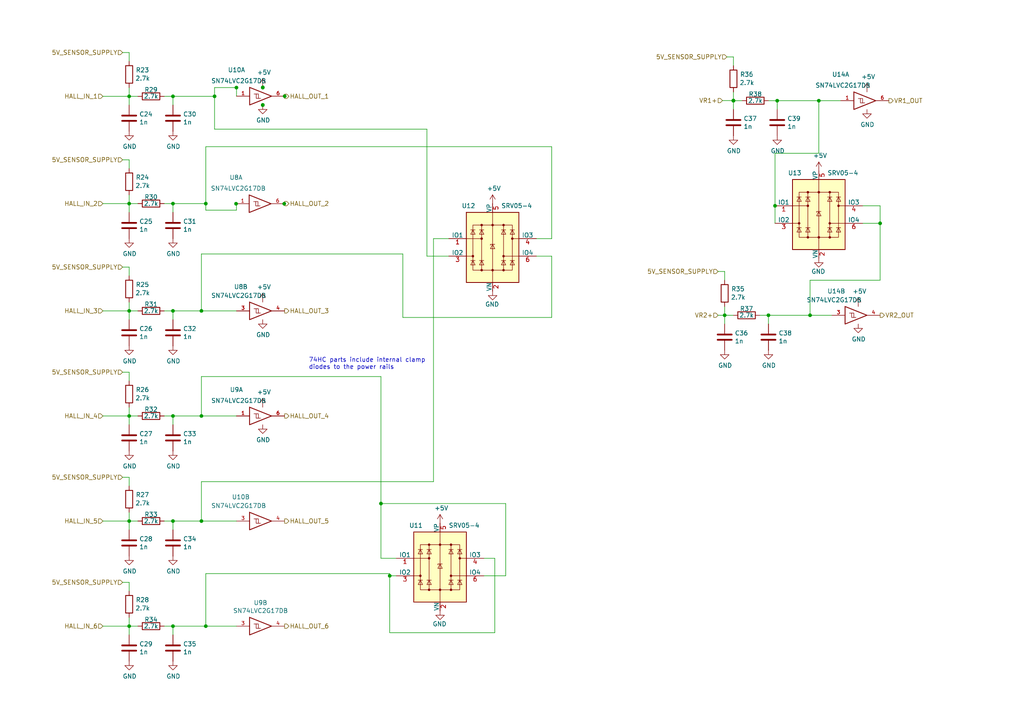
<source format=kicad_sch>
(kicad_sch (version 20211123) (generator eeschema)
  (paper "A4")
  (title_block (title "Polygonus") (date "2023-03-15") (rev "v0.7") (comment 2 "rusefi.com/s/proteus"))
  (lib_symbols
    (symbol "74xGxx:74LVC2G17" (pin_names (offset 1.016))
      (property "Reference" "U" (at -2.54 3.81 0))
      (property "Value" "74LVC2G17" (at 0 -3.81 0))
      (symbol "74LVC2G17_0_1"
        (polyline (pts (xy -1.905 0.635) (xy -1.27 0.635) (xy -1.27 -0.635)))
        (polyline (pts (xy -3.81 2.54) (xy -3.81 -2.54) (xy 2.54 0) (xy -3.81 2.54)) (stroke (width 0.254)))
        (polyline (pts (xy -2.54 0.635) (xy -1.905 0.635) (xy -1.905 -0.635) (xy -0.635 -0.635)))
        (pin power_in line (at 0 -2.54 270) (length 0) hide (name "GND") (number "2"))
        (pin power_in line (at 0 2.54 90) (length 0) hide (name "VCC") (number "5"))
      )
      (symbol "74LVC2G17_1_1"
        (pin input line (at -7.62 0 0) (length 3.81) (name "~") (number "1"))
        (pin output line (at 6.35 0 180) (length 3.81) (name "~") (number "6"))
      )
      (symbol "74LVC2G17_2_1"
        (pin input line (at -7.62 0 0) (length 3.81) (name "~") (number "3"))
        (pin output line (at 6.35 0 180) (length 3.81) (name "~") (number "4"))
      )
    )
    (symbol "Device:C" (pin_numbers hide) (pin_names (offset 0.254))
      (property "Reference" "C" (at 0.635 2.54 0))
      (property "Value" "C" (at 0.635 -2.54 0))
      (symbol "C_0_1"
        (polyline (pts (xy -2.032 -0.762) (xy 2.032 -0.762)) (stroke (width 0.508)))
        (polyline (pts (xy -2.032 0.762) (xy 2.032 0.762)) (stroke (width 0.508)))
      )
      (symbol "C_1_1"
        (pin passive line (at 0 3.81 270) (length 2.794) (name "~") (number "1"))
        (pin passive line (at 0 -3.81 90) (length 2.794) (name "~") (number "2"))
      )
    )
    (symbol "Device:R" (pin_numbers hide) (pin_names (offset 0))
      (property "Reference" "R" (at 2.032 0 90))
      (property "Value" "R" (at 0 0 90))
      (symbol "R_0_1"
        (rectangle (start -1.016 -2.54) (end 1.016 2.54) (stroke (width 0.254)))
      )
      (symbol "R_1_1"
        (pin passive line (at 0 3.81 270) (length 1.27) (name "~") (number "1"))
        (pin passive line (at 0 -3.81 90) (length 1.27) (name "~") (number "2"))
      )
    )
    (symbol "Power_Protection:SRV05-4" (pin_names (offset 0))
      (property "Reference" "U" (at -5.08 11.43 0))
      (property "Value" "SRV05-4" (at 2.54 11.43 0))
      (symbol "SRV05-4_0_0"
        (rectangle (start -5.715 6.477) (end 5.715 -6.604))
        (polyline (pts (xy -3.175 -6.604) (xy -3.175 6.477)))
        (polyline (pts (xy 3.175 6.477) (xy 3.175 -6.604)))
      )
      (symbol "SRV05-4_0_1"
        (rectangle (start -7.62 10.16) (end 7.62 -10.16) (stroke (width 0.254)) (fill (type background)))
        (circle (center -5.715 -2.54) (radius 0.2794) (fill (type outline)))
        (circle (center -3.175 -6.604) (radius 0.2794) (fill (type outline)))
        (circle (center -3.175 2.54) (radius 0.2794) (fill (type outline)))
        (circle (center -3.175 6.477) (radius 0.2794) (fill (type outline)))
        (circle (center 0 -6.604) (radius 0.2794) (fill (type outline)))
        (polyline (pts (xy -7.747 2.54) (xy -3.175 2.54)))
        (polyline (pts (xy -7.62 -2.54) (xy -5.715 -2.54)))
        (polyline (pts (xy -5.08 -3.81) (xy -6.35 -3.81)))
        (polyline (pts (xy -5.08 5.08) (xy -6.35 5.08)))
        (polyline (pts (xy -2.54 -3.81) (xy -3.81 -3.81)))
        (polyline (pts (xy -2.54 5.08) (xy -3.81 5.08)))
        (polyline (pts (xy 0 10.16) (xy 0 -10.16)))
        (polyline (pts (xy 3.81 -3.81) (xy 2.54 -3.81)))
        (polyline (pts (xy 3.81 5.08) (xy 2.54 5.08)))
        (polyline (pts (xy 6.35 -3.81) (xy 5.08 -3.81)))
        (polyline (pts (xy 6.35 5.08) (xy 5.08 5.08)))
        (polyline (pts (xy 7.62 -2.54) (xy 3.175 -2.54)))
        (polyline (pts (xy 7.62 2.54) (xy 5.715 2.54)))
        (polyline (pts (xy 0.635 0.889) (xy -0.635 0.889) (xy -0.635 0.635)))
        (polyline (pts (xy -5.08 -5.08) (xy -6.35 -5.08) (xy -5.715 -3.81) (xy -5.08 -5.08)))
        (polyline (pts (xy -5.08 3.81) (xy -6.35 3.81) (xy -5.715 5.08) (xy -5.08 3.81)))
        (polyline (pts (xy -2.54 -5.08) (xy -3.81 -5.08) (xy -3.175 -3.81) (xy -2.54 -5.08)))
        (polyline (pts (xy -2.54 3.81) (xy -3.81 3.81) (xy -3.175 5.08) (xy -2.54 3.81)))
        (polyline (pts (xy 0.635 -0.381) (xy -0.635 -0.381) (xy 0 0.889) (xy 0.635 -0.381)))
        (polyline (pts (xy 3.81 -5.08) (xy 2.54 -5.08) (xy 3.175 -3.81) (xy 3.81 -5.08)))
        (polyline (pts (xy 3.81 3.81) (xy 2.54 3.81) (xy 3.175 5.08) (xy 3.81 3.81)))
        (polyline (pts (xy 6.35 -5.08) (xy 5.08 -5.08) (xy 5.715 -3.81) (xy 6.35 -5.08)))
        (polyline (pts (xy 6.35 3.81) (xy 5.08 3.81) (xy 5.715 5.08) (xy 6.35 3.81)))
        (circle (center 0 6.477) (radius 0.2794) (fill (type outline)))
        (circle (center 3.175 -6.604) (radius 0.2794) (fill (type outline)))
        (circle (center 3.175 -2.54) (radius 0.2794) (fill (type outline)))
        (circle (center 3.175 6.477) (radius 0.2794) (fill (type outline)))
        (circle (center 5.715 2.54) (radius 0.2794) (fill (type outline)))
      )
      (symbol "SRV05-4_1_1"
        (pin passive line (at -12.7 2.54 0) (length 5.08) (name "IO1") (number "1"))
        (pin passive line (at 0 -12.7 90) (length 2.54) (name "VN") (number "2"))
        (pin passive line (at -12.7 -2.54 0) (length 5.08) (name "IO2") (number "3"))
        (pin passive line (at 12.7 2.54 180) (length 5.08) (name "IO3") (number "4"))
        (pin passive line (at 0 12.7 270) (length 2.54) (name "VP") (number "5"))
        (pin passive line (at 12.7 -2.54 180) (length 5.08) (name "IO4") (number "6"))
      )
    )
    (symbol "power:+5V" (power) (pin_names (offset 0))
      (property "Value" "+5V" (at 0 3.556 0))
      (symbol "+5V_0_1"
        (polyline (pts (xy -0.762 1.27) (xy 0 2.54)))
        (polyline (pts (xy 0 0) (xy 0 2.54)))
        (polyline (pts (xy 0 2.54) (xy 0.762 1.27)))
      )
      (symbol "+5V_1_1"
        (pin power_in line (at 0 0 90) (length 0) hide (name "+5V") (number "1"))
      )
    )
    (symbol "power:GND" (power) (pin_names (offset 0))
      (property "Value" "GND" (at 0 -3.81 0))
      (symbol "GND_0_1"
        (polyline (pts (xy 0 0) (xy 0 -1.27) (xy 1.27 -1.27) (xy 0 -2.54) (xy -1.27 -1.27) (xy 0 -1.27)))
      )
      (symbol "GND_1_1"
        (pin power_in line (at 0 0 270) (length 0) hide (name "GND") (number "1"))
      )
    )
  )
  (junction (at 37.465 120.65))
  (junction (at 37.465 151.13))
  (junction (at 50.165 27.94))
  (junction (at 68.4657 59.093))
  (junction (at 50.165 90.17))
  (junction (at 37.465 181.61))
  (junction (at 212.725 29.1658))
  (junction (at 50.165 120.65))
  (junction (at 37.465 59.055))
  (junction (at 59.69 59.055))
  (junction (at 50.165 181.61))
  (junction (at 50.165 59.055))
  (junction (at 212.725 29.21))
  (junction (at 76.2217 30.4364))
  (junction (at 68.58 25.4))
  (junction (at 59.69 181.61))
  (junction (at 62.23 27.94))
  (junction (at 255.27 64.77))
  (junction (at 210.185 91.44))
  (junction (at 237.49 29.21))
  (junction (at 76.2217 25.3564))
  (junction (at 224.79 59.69))
  (junction (at 58.42 120.65))
  (junction (at 113.03 167.005))
  (junction (at 82.5717 27.8964))
  (junction (at 110.49 146.05))
  (junction (at 58.42 90.17))
  (junction (at 58.42 151.13))
  (junction (at 222.885 91.44))
  (junction (at 76.2 30.48))
  (junction (at 82.4357 59.093))
  (junction (at 234.95 91.44))
  (junction (at 225.425 29.21))
  (junction (at 76.2 25.4))
  (junction (at 50.165 151.13))
  (junction (at 37.465 90.17))
  (junction (at 37.465 27.94))
  (wire (pts (xy 68.6017 25.4) (xy 68.58 25.4)))
  (wire (pts (xy 58.42 120.65) (xy 68.58 120.65)))
  (wire (pts (xy 37.465 118.11) (xy 37.465 120.65)))
  (wire (pts (xy 208.28 78.74) (xy 210.185 78.74)))
  (wire (pts (xy 37.465 120.65) (xy 40.005 120.65)))
  (wire (pts (xy 212.725 29.1658) (xy 212.725 29.21)))
  (wire (pts (xy 113.03 167.005) (xy 113.03 183.515)))
  (wire (pts (xy 237.49 29.21) (xy 243.84 29.21)))
  (wire (pts (xy 225.425 29.21) (xy 222.885 29.21)))
  (wire (pts (xy 50.165 90.17) (xy 47.625 90.17)))
  (wire (pts (xy 29.845 27.94) (xy 37.465 27.94)))
  (wire (pts (xy 59.69 60.96) (xy 59.69 59.055)))
  (wire (pts (xy 35.56 138.43) (xy 37.465 138.43)))
  (wire (pts (xy 125.73 69.215) (xy 125.73 139.7)))
  (wire (pts (xy 50.165 151.13) (xy 50.165 153.67)))
  (wire (pts (xy 76.2 30.48) (xy 76.2 30.4364)))
  (wire (pts (xy 222.885 91.44) (xy 234.95 91.44)))
  (wire (pts (xy 143.51 161.925) (xy 140.335 161.925)))
  (wire (pts (xy 35.56 168.91) (xy 37.465 168.91)))
  (wire (pts (xy 76.2 25.4) (xy 76.2 25.3564)))
  (wire (pts (xy 210.185 91.44) (xy 212.725 91.44)))
  (wire (pts (xy 210.185 88.9) (xy 210.185 91.44)))
  (wire (pts (xy 37.465 181.61) (xy 40.005 181.61)))
  (wire (pts (xy 29.845 120.65) (xy 37.465 120.65)))
  (wire (pts (xy 113.03 166.37) (xy 113.03 167.005)))
  (wire (pts (xy 110.49 109.22) (xy 58.42 109.22)))
  (wire (pts (xy 82.55 27.94) (xy 82.55 27.8964)))
  (wire (pts (xy 29.845 59.055) (xy 37.465 59.055)))
  (wire (pts (xy 37.465 107.95) (xy 37.465 110.49)))
  (wire (pts (xy 37.465 87.63) (xy 37.465 90.17)))
  (wire (pts (xy 50.165 59.055) (xy 47.625 59.055)))
  (wire (pts (xy 114.935 161.925) (xy 110.49 161.925)))
  (wire (pts (xy 160.02 74.295) (xy 155.575 74.295)))
  (wire (pts (xy 255.27 64.77) (xy 255.27 81.28)))
  (wire (pts (xy 37.465 90.17) (xy 40.005 90.17)))
  (wire (pts (xy 37.465 153.67) (xy 37.465 151.13)))
  (wire (pts (xy 62.23 37.465) (xy 62.23 27.94)))
  (wire (pts (xy 123.825 37.465) (xy 123.825 74.295)))
  (wire (pts (xy 212.725 29.21) (xy 215.265 29.21)))
  (wire (pts (xy 50.165 181.61) (xy 47.625 181.61)))
  (wire (pts (xy 62.23 25.4) (xy 62.23 27.94)))
  (wire (pts (xy 50.165 27.94) (xy 62.23 27.94)))
  (wire (pts (xy 234.95 81.28) (xy 234.95 91.44)))
  (wire (pts (xy 58.42 139.7) (xy 125.73 139.7)))
  (wire (pts (xy 143.51 183.515) (xy 143.51 161.925)))
  (wire (pts (xy 58.42 90.17) (xy 68.58 90.17)))
  (wire (pts (xy 160.02 69.215) (xy 155.575 69.215)))
  (wire (pts (xy 50.165 181.61) (xy 50.165 184.15)))
  (wire (pts (xy 82.55 27.8964) (xy 82.5717 27.8964)))
  (wire (pts (xy 29.845 90.17) (xy 37.465 90.17)))
  (wire (pts (xy 68.58 59.093) (xy 68.4657 59.093)))
  (wire (pts (xy 37.465 148.59) (xy 37.465 151.13)))
  (wire (pts (xy 35.56 15.24) (xy 37.465 15.24)))
  (wire (pts (xy 146.685 167.005) (xy 146.685 146.05)))
  (wire (pts (xy 50.165 181.61) (xy 59.69 181.61)))
  (wire (pts (xy 59.69 60.96) (xy 68.58 60.96)))
  (wire (pts (xy 212.725 16.51) (xy 212.725 19.05)))
  (wire (pts (xy 255.27 64.77) (xy 255.27 59.69)))
  (wire (pts (xy 59.69 181.61) (xy 68.58 181.61)))
  (wire (pts (xy 50.165 59.055) (xy 59.69 59.055)))
  (wire (pts (xy 237.49 29.21) (xy 237.49 44.45)))
  (wire (pts (xy 125.73 69.215) (xy 130.175 69.215)))
  (wire (pts (xy 50.165 27.94) (xy 50.165 30.48)))
  (wire (pts (xy 234.95 91.44) (xy 241.3 91.44)))
  (wire (pts (xy 35.56 77.47) (xy 37.465 77.47)))
  (wire (pts (xy 113.03 167.005) (xy 114.935 167.005)))
  (wire (pts (xy 37.465 61.595) (xy 37.465 59.055)))
  (wire (pts (xy 37.465 151.13) (xy 40.005 151.13)))
  (wire (pts (xy 110.49 146.05) (xy 110.49 161.925)))
  (wire (pts (xy 224.79 59.69) (xy 224.79 64.77)))
  (wire (pts (xy 160.02 92.075) (xy 160.02 74.295)))
  (wire (pts (xy 82.4643 59.055) (xy 82.55 59.055)))
  (wire (pts (xy 58.42 73.66) (xy 58.42 90.17)))
  (wire (pts (xy 62.23 25.4) (xy 68.58 25.4)))
  (wire (pts (xy 50.165 90.17) (xy 58.42 90.17)))
  (wire (pts (xy 212.725 31.75) (xy 212.725 29.21)))
  (wire (pts (xy 29.845 151.13) (xy 37.465 151.13)))
  (wire (pts (xy 37.465 179.07) (xy 37.465 181.61)))
  (wire (pts (xy 76.2 25.3564) (xy 76.2217 25.3564)))
  (wire (pts (xy 208.28 91.44) (xy 210.185 91.44)))
  (wire (pts (xy 37.465 92.71) (xy 37.465 90.17)))
  (wire (pts (xy 110.49 109.22) (xy 110.49 146.05)))
  (wire (pts (xy 50.165 120.65) (xy 58.42 120.65)))
  (wire (pts (xy 50.165 90.17) (xy 50.165 92.71)))
  (wire (pts (xy 116.84 73.66) (xy 58.42 73.66)))
  (wire (pts (xy 116.84 92.075) (xy 160.02 92.075)))
  (wire (pts (xy 68.6017 27.8964) (xy 68.6017 25.4)))
  (wire (pts (xy 234.95 81.28) (xy 255.27 81.28)))
  (wire (pts (xy 37.465 184.15) (xy 37.465 181.61)))
  (wire (pts (xy 209.55 29.1658) (xy 212.725 29.1658)))
  (wire (pts (xy 37.465 59.055) (xy 40.005 59.055)))
  (wire (pts (xy 37.465 56.515) (xy 37.465 59.055)))
  (wire (pts (xy 50.165 59.055) (xy 50.165 61.595)))
  (wire (pts (xy 59.69 42.545) (xy 59.69 59.055)))
  (wire (pts (xy 222.885 91.44) (xy 220.345 91.44)))
  (wire (pts (xy 58.42 151.13) (xy 68.58 151.13)))
  (wire (pts (xy 225.425 29.21) (xy 225.425 31.75)))
  (wire (pts (xy 58.42 151.13) (xy 58.42 139.7)))
  (wire (pts (xy 68.58 60.96) (xy 68.58 59.093)))
  (wire (pts (xy 222.885 91.44) (xy 222.885 93.98)))
  (wire (pts (xy 37.465 138.43) (xy 37.465 140.97)))
  (wire (pts (xy 123.825 37.465) (xy 62.23 37.465)))
  (wire (pts (xy 146.685 146.05) (xy 110.49 146.05)))
  (wire (pts (xy 37.465 27.94) (xy 40.005 27.94)))
  (wire (pts (xy 76.2 30.4364) (xy 76.2217 30.4364)))
  (wire (pts (xy 255.27 59.69) (xy 250.19 59.69)))
  (wire (pts (xy 123.825 74.295) (xy 130.175 74.295)))
  (wire (pts (xy 59.69 166.37) (xy 113.03 166.37)))
  (wire (pts (xy 37.465 30.48) (xy 37.465 27.94)))
  (wire (pts (xy 212.725 26.67) (xy 212.725 29.1658)))
  (wire (pts (xy 29.845 181.61) (xy 37.465 181.61)))
  (wire (pts (xy 58.42 109.22) (xy 58.42 120.65)))
  (wire (pts (xy 37.465 15.24) (xy 37.465 17.78)))
  (wire (pts (xy 210.185 78.74) (xy 210.185 81.28)))
  (wire (pts (xy 210.82 16.51) (xy 212.725 16.51)))
  (wire (pts (xy 82.4357 59.093) (xy 82.4643 59.055)))
  (wire (pts (xy 50.165 151.13) (xy 47.625 151.13)))
  (wire (pts (xy 116.84 73.66) (xy 116.84 92.075)))
  (wire (pts (xy 50.165 27.94) (xy 47.625 27.94)))
  (wire (pts (xy 160.02 42.545) (xy 160.02 69.215)))
  (wire (pts (xy 224.79 44.45) (xy 237.49 44.45)))
  (wire (pts (xy 224.79 59.69) (xy 224.79 44.45)))
  (wire (pts (xy 35.56 46.355) (xy 37.465 46.355)))
  (wire (pts (xy 37.465 46.355) (xy 37.465 48.895)))
  (wire (pts (xy 140.335 167.005) (xy 146.685 167.005)))
  (wire (pts (xy 37.465 123.19) (xy 37.465 120.65)))
  (wire (pts (xy 225.425 29.21) (xy 237.49 29.21)))
  (wire (pts (xy 113.03 183.515) (xy 143.51 183.515)))
  (wire (pts (xy 250.19 64.77) (xy 255.27 64.77)))
  (wire (pts (xy 210.185 93.98) (xy 210.185 91.44)))
  (wire (pts (xy 35.56 107.95) (xy 37.465 107.95)))
  (wire (pts (xy 37.465 77.47) (xy 37.465 80.01)))
  (wire (pts (xy 37.465 25.4) (xy 37.465 27.94)))
  (wire (pts (xy 50.165 151.13) (xy 58.42 151.13)))
  (wire (pts (xy 37.465 168.91) (xy 37.465 171.45)))
  (wire (pts (xy 160.02 42.545) (xy 59.69 42.545)))
  (wire (pts (xy 50.165 120.65) (xy 50.165 123.19)))
  (wire (pts (xy 59.69 181.61) (xy 59.69 166.37)))
  (wire (pts (xy 50.165 120.65) (xy 47.625 120.65)))
  (text "74HC parts include internal clamp\ndiodes to the power rails\n" (at 89.535 107.315 0) (effects (font (size 1.27 1.27)) (justify left bottom)))
  (hierarchical_label "HALL_OUT_1" (shape output) (at 82.55 27.94 0))
  (hierarchical_label "5V_SENSOR_SUPPLY" (shape input) (at 35.56 107.95 180))
  (hierarchical_label "HALL_OUT_2" (shape output) (at 82.55 59.055 0))
  (hierarchical_label "5V_SENSOR_SUPPLY" (shape input) (at 35.56 138.43 180))
  (hierarchical_label "HALL_IN_6" (shape input) (at 29.845 181.61 180))
  (hierarchical_label "5V_SENSOR_SUPPLY" (shape input) (at 208.28 78.74 180))
  (hierarchical_label "HALL_OUT_5" (shape output) (at 82.55 151.13 0))
  (hierarchical_label "VR1+" (shape input) (at 209.55 29.1658 180))
  (hierarchical_label "HALL_IN_3" (shape input) (at 29.845 90.17 180))
  (hierarchical_label "HALL_OUT_3" (shape output) (at 82.55 90.17 0))
  (hierarchical_label "5V_SENSOR_SUPPLY" (shape input) (at 35.56 77.47 180))
  (hierarchical_label "5V_SENSOR_SUPPLY" (shape input) (at 35.56 15.24 180))
  (hierarchical_label "HALL_IN_2" (shape input) (at 29.845 59.055 180))
  (hierarchical_label "VR1_OUT" (shape output) (at 257.81 29.21 0))
  (hierarchical_label "HALL_IN_5" (shape input) (at 29.845 151.13 180))
  (hierarchical_label "VR2_OUT" (shape output) (at 255.27 91.44 0))
  (hierarchical_label "HALL_OUT_6" (shape output) (at 82.55 181.61 0))
  (hierarchical_label "5V_SENSOR_SUPPLY" (shape input) (at 35.56 168.91 180))
  (hierarchical_label "5V_SENSOR_SUPPLY" (shape input) (at 35.56 46.355 180))
  (hierarchical_label "HALL_OUT_4" (shape output) (at 82.55 120.65 0))
  (hierarchical_label "VR2+" (shape input) (at 208.28 91.44 180))
  (hierarchical_label "5V_SENSOR_SUPPLY" (shape input) (at 210.82 16.51 180))
  (hierarchical_label "HALL_IN_1" (shape input) (at 29.845 27.94 180))
  (hierarchical_label "HALL_IN_4" (shape input) (at 29.845 120.65 180))
  (symbol (lib_id "Device:R") (at 37.465 144.78 0) (unit 1)
    (property "Reference" "R27" (at 39.37 143.51 0) (effects (justify left)))
    (property "Value" "2.7k" (at 39.243 145.923 0) (effects (justify left)))
    (property "Footprint" "Resistor_SMD:R_0603_1608Metric" (effects hide))
    (property "LCSC" "C13167" (effects hide))
    (property "LCSC_ext" "0" (effects hide))
  )
  (symbol (lib_id "Device:R") (at 43.815 151.13 270) (unit 1)
    (property "Reference" "R33" (at 43.815 149.225 90))
    (property "Value" "2.7k" (at 43.815 151.13 90))
    (property "Footprint" "Resistor_SMD:R_0603_1608Metric" (effects hide))
    (property "LCSC" "C13167" (effects hide))
    (property "LCSC_ext" "0" (effects hide))
  )
  (symbol (lib_id "Device:C") (at 50.165 157.48 0) (unit 1)
    (property "Reference" "C34" (at 53.086 156.3116 0) (effects (justify left)))
    (property "Value" "1n" (at 53.086 158.623 0) (effects (justify left)))
    (property "Footprint" "Capacitor_SMD:C_0603_1608Metric" (effects hide))
    (property "LCSC" "C1588" (effects hide))
    (property "LCSC_ext" "0" (effects hide))
  )
  (symbol (lib_id "power:GND") (at 50.165 161.29 0) (unit 1)
    (property "Reference" "#PWR071" (effects hide))
    (property "Value" "GND" (at 50.292 165.6842 0))
  )
  (symbol (lib_id "Device:C") (at 37.465 157.48 0) (unit 1)
    (property "Reference" "C28" (at 40.386 156.3116 0) (effects (justify left)))
    (property "Value" "1n" (at 40.386 158.623 0) (effects (justify left)))
    (property "Footprint" "Capacitor_SMD:C_0603_1608Metric" (effects hide))
    (property "LCSC" "C1588" (effects hide))
    (property "LCSC_ext" "0" (effects hide))
  )
  (symbol (lib_id "power:GND") (at 37.465 161.29 0) (unit 1)
    (property "Reference" "#PWR065" (effects hide))
    (property "Value" "GND" (at 37.592 165.6842 0))
  )
  (symbol (lib_id "Device:R") (at 37.465 175.26 0) (unit 1)
    (property "Reference" "R28" (at 39.37 173.99 0) (effects (justify left)))
    (property "Value" "2.7k" (at 39.243 176.403 0) (effects (justify left)))
    (property "Footprint" "Resistor_SMD:R_0603_1608Metric" (effects hide))
    (property "LCSC" "C13167" (effects hide))
    (property "LCSC_ext" "0" (effects hide))
  )
  (symbol (lib_id "Device:R") (at 43.815 181.61 270) (unit 1)
    (property "Reference" "R34" (at 43.815 179.705 90))
    (property "Value" "2.7k" (at 43.815 181.61 90))
    (property "Footprint" "Resistor_SMD:R_0603_1608Metric" (effects hide))
    (property "LCSC" "C13167" (effects hide))
    (property "LCSC_ext" "0" (effects hide))
  )
  (symbol (lib_id "Device:C") (at 50.165 187.96 0) (unit 1)
    (property "Reference" "C35" (at 53.086 186.7916 0) (effects (justify left)))
    (property "Value" "1n" (at 53.086 189.103 0) (effects (justify left)))
    (property "Footprint" "Capacitor_SMD:C_0603_1608Metric" (effects hide))
    (property "LCSC" "C1588" (effects hide))
    (property "LCSC_ext" "0" (effects hide))
  )
  (symbol (lib_id "power:GND") (at 50.165 191.77 0) (unit 1)
    (property "Reference" "#PWR072" (effects hide))
    (property "Value" "GND" (at 50.292 196.1642 0))
  )
  (symbol (lib_id "Device:C") (at 37.465 187.96 0) (unit 1)
    (property "Reference" "C29" (at 40.386 186.7916 0) (effects (justify left)))
    (property "Value" "1n" (at 40.386 189.103 0) (effects (justify left)))
    (property "Footprint" "Capacitor_SMD:C_0603_1608Metric" (effects hide))
    (property "LCSC" "C1588" (effects hide))
    (property "LCSC_ext" "0" (effects hide))
  )
  (symbol (lib_id "power:GND") (at 37.465 191.77 0) (unit 1)
    (property "Reference" "#PWR066" (effects hide))
    (property "Value" "GND" (at 37.592 196.1642 0))
  )
  (symbol (lib_id "Device:R") (at 37.465 21.59 0) (unit 1)
    (property "Reference" "R23" (at 39.37 20.32 0) (effects (justify left)))
    (property "Value" "2.7k" (at 39.243 22.733 0) (effects (justify left)))
    (property "Footprint" "Resistor_SMD:R_0603_1608Metric" (effects hide))
    (property "LCSC" "C13167" (effects hide))
    (property "LCSC_ext" "0" (effects hide))
  )
  (symbol (lib_id "Device:R") (at 43.815 27.94 270) (unit 1)
    (property "Reference" "R29" (at 43.815 26.035 90))
    (property "Value" "2.7k" (at 43.815 27.94 90))
    (property "Footprint" "Resistor_SMD:R_0603_1608Metric" (effects hide))
    (property "LCSC" "C13167" (effects hide))
    (property "LCSC_ext" "0" (effects hide))
  )
  (symbol (lib_id "Device:C") (at 50.165 34.29 0) (unit 1)
    (property "Reference" "C30" (at 53.086 33.1216 0) (effects (justify left)))
    (property "Value" "1n" (at 53.086 35.433 0) (effects (justify left)))
    (property "Footprint" "Capacitor_SMD:C_0603_1608Metric" (effects hide))
    (property "LCSC" "C1588" (effects hide))
    (property "LCSC_ext" "0" (effects hide))
  )
  (symbol (lib_id "power:GND") (at 50.165 38.1 0) (unit 1)
    (property "Reference" "#PWR067" (effects hide))
    (property "Value" "GND" (at 50.292 42.4942 0))
  )
  (symbol (lib_id "Device:C") (at 37.465 34.29 0) (unit 1)
    (property "Reference" "C24" (at 40.386 33.1216 0) (effects (justify left)))
    (property "Value" "1n" (at 40.386 35.433 0) (effects (justify left)))
    (property "Footprint" "Capacitor_SMD:C_0603_1608Metric" (effects hide))
    (property "LCSC" "C1588" (effects hide))
    (property "LCSC_ext" "0" (effects hide))
  )
  (symbol (lib_id "power:GND") (at 37.465 38.1 0) (unit 1)
    (property "Reference" "#PWR061" (effects hide))
    (property "Value" "GND" (at 37.592 42.4942 0))
  )
  (symbol (lib_id "Device:R") (at 37.465 52.705 0) (unit 1)
    (property "Reference" "R24" (at 39.37 51.435 0) (effects (justify left)))
    (property "Value" "2.7k" (at 39.243 53.848 0) (effects (justify left)))
    (property "Footprint" "Resistor_SMD:R_0603_1608Metric" (effects hide))
    (property "LCSC" "C13167" (effects hide))
    (property "LCSC_ext" "0" (effects hide))
  )
  (symbol (lib_id "Device:R") (at 43.815 59.055 270) (unit 1)
    (property "Reference" "R30" (at 43.815 57.15 90))
    (property "Value" "2.7k" (at 43.815 59.055 90))
    (property "Footprint" "Resistor_SMD:R_0603_1608Metric" (effects hide))
    (property "LCSC" "C13167" (effects hide))
    (property "LCSC_ext" "0" (effects hide))
  )
  (symbol (lib_id "Device:C") (at 50.165 65.405 0) (unit 1)
    (property "Reference" "C31" (at 53.086 64.2366 0) (effects (justify left)))
    (property "Value" "1n" (at 53.086 66.548 0) (effects (justify left)))
    (property "Footprint" "Capacitor_SMD:C_0603_1608Metric" (effects hide))
    (property "LCSC" "C1588" (effects hide))
    (property "LCSC_ext" "0" (effects hide))
  )
  (symbol (lib_id "power:GND") (at 50.165 69.215 0) (unit 1)
    (property "Reference" "#PWR068" (effects hide))
    (property "Value" "GND" (at 50.292 73.6092 0))
  )
  (symbol (lib_id "Device:C") (at 37.465 65.405 0) (unit 1)
    (property "Reference" "C25" (at 40.386 64.2366 0) (effects (justify left)))
    (property "Value" "1n" (at 40.386 66.548 0) (effects (justify left)))
    (property "Footprint" "Capacitor_SMD:C_0603_1608Metric" (effects hide))
    (property "LCSC" "C1588" (effects hide))
    (property "LCSC_ext" "0" (effects hide))
  )
  (symbol (lib_id "power:GND") (at 37.465 69.215 0) (unit 1)
    (property "Reference" "#PWR062" (effects hide))
    (property "Value" "GND" (at 37.592 73.6092 0))
  )
  (symbol (lib_id "Device:R") (at 37.465 83.82 0) (unit 1)
    (property "Reference" "R25" (at 39.37 82.55 0) (effects (justify left)))
    (property "Value" "2.7k" (at 39.243 84.963 0) (effects (justify left)))
    (property "Footprint" "Resistor_SMD:R_0603_1608Metric" (effects hide))
    (property "LCSC" "C13167" (effects hide))
    (property "LCSC_ext" "0" (effects hide))
  )
  (symbol (lib_id "Device:R") (at 43.815 90.17 270) (unit 1)
    (property "Reference" "R31" (at 43.815 88.265 90))
    (property "Value" "2.7k" (at 43.815 90.17 90))
    (property "Footprint" "Resistor_SMD:R_0603_1608Metric" (effects hide))
    (property "LCSC" "C13167" (effects hide))
    (property "LCSC_ext" "0" (effects hide))
  )
  (symbol (lib_id "Device:C") (at 50.165 96.52 0) (unit 1)
    (property "Reference" "C32" (at 53.086 95.3516 0) (effects (justify left)))
    (property "Value" "1n" (at 53.086 97.663 0) (effects (justify left)))
    (property "Footprint" "Capacitor_SMD:C_0603_1608Metric" (effects hide))
    (property "LCSC" "C1588" (effects hide))
    (property "LCSC_ext" "0" (effects hide))
  )
  (symbol (lib_id "power:GND") (at 50.165 100.33 0) (unit 1)
    (property "Reference" "#PWR069" (effects hide))
    (property "Value" "GND" (at 50.292 104.7242 0))
  )
  (symbol (lib_id "Device:C") (at 37.465 96.52 0) (unit 1)
    (property "Reference" "C26" (at 40.386 95.3516 0) (effects (justify left)))
    (property "Value" "1n" (at 40.386 97.663 0) (effects (justify left)))
    (property "Footprint" "Capacitor_SMD:C_0603_1608Metric" (effects hide))
    (property "LCSC" "C1588" (effects hide))
    (property "LCSC_ext" "0" (effects hide))
  )
  (symbol (lib_id "power:GND") (at 37.465 100.33 0) (unit 1)
    (property "Reference" "#PWR063" (effects hide))
    (property "Value" "GND" (at 37.592 104.7242 0))
  )
  (symbol (lib_id "Device:R") (at 37.465 114.3 0) (unit 1)
    (property "Reference" "R26" (at 39.37 113.03 0) (effects (justify left)))
    (property "Value" "2.7k" (at 39.243 115.443 0) (effects (justify left)))
    (property "Footprint" "Resistor_SMD:R_0603_1608Metric" (effects hide))
    (property "LCSC" "C13167" (effects hide))
    (property "LCSC_ext" "0" (effects hide))
  )
  (symbol (lib_id "Device:R") (at 43.815 120.65 270) (unit 1)
    (property "Reference" "R32" (at 43.815 118.745 90))
    (property "Value" "2.7k" (at 43.815 120.65 90))
    (property "Footprint" "Resistor_SMD:R_0603_1608Metric" (effects hide))
    (property "LCSC" "C13167" (effects hide))
    (property "LCSC_ext" "0" (effects hide))
  )
  (symbol (lib_id "Device:C") (at 50.165 127 0) (unit 1)
    (property "Reference" "C33" (at 53.086 125.8316 0) (effects (justify left)))
    (property "Value" "1n" (at 53.086 128.143 0) (effects (justify left)))
    (property "Footprint" "Capacitor_SMD:C_0603_1608Metric" (effects hide))
    (property "LCSC" "C1588" (effects hide))
    (property "LCSC_ext" "0" (effects hide))
  )
  (symbol (lib_id "power:GND") (at 50.165 130.81 0) (unit 1)
    (property "Reference" "#PWR070" (effects hide))
    (property "Value" "GND" (at 50.292 135.2042 0))
  )
  (symbol (lib_id "Device:C") (at 37.465 127 0) (unit 1)
    (property "Reference" "C27" (at 40.386 125.8316 0) (effects (justify left)))
    (property "Value" "1n" (at 40.386 128.143 0) (effects (justify left)))
    (property "Footprint" "Capacitor_SMD:C_0603_1608Metric" (effects hide))
    (property "LCSC" "C1588" (effects hide))
    (property "LCSC_ext" "0" (effects hide))
  )
  (symbol (lib_id "power:GND") (at 37.465 130.81 0) (unit 1)
    (property "Reference" "#PWR064" (effects hide))
    (property "Value" "GND" (at 37.592 135.2042 0))
  )
  (symbol (lib_id "power:GND") (at 76.2 92.71 0) (unit 1)
    (property "Reference" "#PWR076" (effects hide))
    (property "Value" "GND" (at 76.327 97.1042 0))
  )
  (symbol (lib_id "power:GND") (at 76.2 30.48 0) (unit 1)
    (property "Reference" "#PWR074" (effects hide))
    (property "Value" "GND" (at 76.327 34.8742 0))
  )
  (symbol (lib_id "power:GND") (at 76.2 123.19 0) (unit 1)
    (property "Reference" "#PWR078" (effects hide))
    (property "Value" "GND" (at 76.327 127.5842 0))
  )
  (symbol (lib_id "power:+5V") (at 76.2 118.11 0) (unit 1)
    (property "Reference" "#PWR077" (effects hide))
    (property "Value" "+5V" (at 76.581 113.7158 0))
  )
  (symbol (lib_id "power:+5V") (at 76.2 87.63 0) (unit 1)
    (property "Reference" "#PWR075" (effects hide))
    (property "Value" "+5V" (at 76.581 83.2358 0))
  )
  (symbol (lib_id "power:+5V") (at 76.2 25.4 0) (unit 1)
    (property "Reference" "#PWR073" (effects hide))
    (property "Value" "+5V" (at 76.581 21.0058 0))
  )
  (symbol (lib_id "Device:C") (at 225.425 35.56 0) (unit 1)
    (property "Reference" "C39" (at 228.346 34.3916 0) (effects (justify left)))
    (property "Value" "1n" (at 228.346 36.703 0) (effects (justify left)))
    (property "Footprint" "Capacitor_SMD:C_0603_1608Metric" (effects hide))
    (property "LCSC" "C1588" (effects hide))
    (property "LCSC_ext" "0" (effects hide))
  )
  (symbol (lib_id "power:+5V") (at 237.49 49.53 0) (unit 1)
    (property "Reference" "#PWR087" (effects hide))
    (property "Value" "+5V" (at 237.871 45.1358 0))
  )
  (symbol (lib_id "74xGxx:74LVC2G17") (at 76.2 181.61 0) (unit 2)
    (property "Reference" "U9" (at 75.565 174.8282 0))
    (property "Value" "SN74LVC2G17DB" (at 75.565 177.1396 0))
    (property "Footprint" "Package_TO_SOT_SMD:SOT-23-6" (effects hide))
    (property "Datasheet" "http://www.ti.com/lit/sg/scyt129e/scyt129e.pdf" (effects hide))
    (property "LCSC" "C10429" (effects hide))
    (property "LCSC_ext" "1" (effects hide))
    (property "PN" "74HC2G17GW" (effects hide))
  )
  (symbol (lib_id "power:GND") (at 142.875 84.455 0) (unit 1)
    (property "Reference" "#PWR082" (effects hide))
    (property "Value" "GND" (at 144.78 88.265 0) (effects (justify right)))
  )
  (symbol (lib_id "74xGxx:74LVC2G17") (at 248.92 91.44 0) (unit 2)
    (property "Reference" "U14" (at 242.57 84.455 0))
    (property "Value" "SN74LVC2G17DB" (at 241.935 86.995 0))
    (property "Footprint" "Package_TO_SOT_SMD:SOT-23-6" (effects hide))
    (property "Datasheet" "http://www.ti.com/lit/sg/scyt129e/scyt129e.pdf" (effects hide))
    (property "LCSC" "C10429" (effects hide))
    (property "LCSC_ext" "1" (effects hide))
    (property "PN" "74HC2G17GW" (effects hide))
  )
  (symbol (lib_id "power:+5V") (at 248.92 88.9 0) (unit 1)
    (property "Reference" "#PWR089" (effects hide))
    (property "Value" "+5V" (at 249.301 84.5058 0))
  )
  (symbol (lib_id "power:GND") (at 248.92 93.98 0) (unit 1)
    (property "Reference" "#PWR090" (effects hide))
    (property "Value" "GND" (at 249.047 98.3742 0))
  )
  (symbol (lib_id "Device:C") (at 210.185 97.79 0) (unit 1)
    (property "Reference" "C36" (at 213.106 96.6216 0) (effects (justify left)))
    (property "Value" "1n" (at 213.106 98.933 0) (effects (justify left)))
    (property "Footprint" "Capacitor_SMD:C_0603_1608Metric" (effects hide))
    (property "LCSC" "C1588" (effects hide))
    (property "LCSC_ext" "0" (effects hide))
  )
  (symbol (lib_id "74xGxx:74LVC2G17") (at 76.2217 27.8964 0) (unit 1)
    (property "Reference" "U10" (at 68.6017 20.2764 0))
    (property "Value" "SN74LVC2G17DB" (at 69.2367 23.4514 0))
    (property "Footprint" "Package_TO_SOT_SMD:SOT-23-6" (effects hide))
    (property "Datasheet" "http://www.ti.com/lit/sg/scyt129e/scyt129e.pdf" (effects hide))
    (property "LCSC" "C10429" (effects hide))
    (property "LCSC_ext" "1" (effects hide))
    (property "PN" "74HC2G17GW" (effects hide))
  )
  (symbol (lib_id "power:+5V") (at 127.635 151.765 0) (unit 1)
    (property "Reference" "#PWR079" (effects hide))
    (property "Value" "+5V" (at 128.016 147.3708 0))
  )
  (symbol (lib_id "power:GND") (at 225.425 39.37 0) (unit 1)
    (property "Reference" "#PWR086" (effects hide))
    (property "Value" "GND" (at 225.552 43.7642 0))
  )
  (symbol (lib_id "power:+5V") (at 142.875 59.055 0) (unit 1)
    (property "Reference" "#PWR081" (effects hide))
    (property "Value" "+5V" (at 143.256 54.6608 0))
  )
  (symbol (lib_id "power:GND") (at 212.725 39.37 0) (unit 1)
    (property "Reference" "#PWR084" (effects hide))
    (property "Value" "GND" (at 212.852 43.7642 0))
  )
  (symbol (lib_id "Power_Protection:SRV05-4") (at 142.875 71.755 0) (unit 1)
    (property "Reference" "U12" (at 135.89 59.69 0))
    (property "Value" "SRV05-4" (at 149.86 59.69 0))
    (property "Footprint" "Package_TO_SOT_SMD:SOT-23-6" (effects hide))
    (property "Datasheet" "http://www.onsemi.com/pub/Collateral/SRV05-4-D.PDF" (effects hide))
  )
  (symbol (lib_id "Device:R") (at 219.075 29.21 270) (unit 1)
    (property "Reference" "R38" (at 219.075 27.305 90))
    (property "Value" "2.7k" (at 219.075 29.21 90))
    (property "Footprint" "Resistor_SMD:R_0603_1608Metric" (effects hide))
    (property "LCSC" "C13167" (effects hide))
    (property "LCSC_ext" "0" (effects hide))
  )
  (symbol (lib_id "74xGxx:74LVC2G17") (at 251.46 29.21 0) (unit 1)
    (property "Reference" "U14" (at 243.84 21.59 0))
    (property "Value" "SN74LVC2G17DB" (at 244.475 24.765 0))
    (property "Footprint" "Package_TO_SOT_SMD:SOT-23-6" (effects hide))
    (property "Datasheet" "http://www.ti.com/lit/sg/scyt129e/scyt129e.pdf" (effects hide))
    (property "LCSC" "C10429" (effects hide))
    (property "LCSC_ext" "1" (effects hide))
    (property "PN" "74HC2G17GW" (effects hide))
  )
  (symbol (lib_id "Power_Protection:SRV05-4") (at 127.635 164.465 0) (unit 1)
    (property "Reference" "U11" (at 120.65 152.4 0))
    (property "Value" "SRV05-4" (at 134.62 152.4 0))
    (property "Footprint" "Package_TO_SOT_SMD:SOT-23-6" (effects hide))
    (property "Datasheet" "http://www.onsemi.com/pub/Collateral/SRV05-4-D.PDF" (effects hide))
  )
  (symbol (lib_id "power:GND") (at 237.49 74.93 0) (unit 1)
    (property "Reference" "#PWR088" (effects hide))
    (property "Value" "GND" (at 239.395 78.74 0) (effects (justify right)))
  )
  (symbol (lib_id "Device:C") (at 212.725 35.56 0) (unit 1)
    (property "Reference" "C37" (at 215.646 34.3916 0) (effects (justify left)))
    (property "Value" "1n" (at 215.646 36.703 0) (effects (justify left)))
    (property "Footprint" "Capacitor_SMD:C_0603_1608Metric" (effects hide))
    (property "LCSC" "C1588" (effects hide))
    (property "LCSC_ext" "0" (effects hide))
  )
  (symbol (lib_id "74xGxx:74LVC2G17") (at 76.2 151.13 0) (unit 2)
    (property "Reference" "U10" (at 69.85 144.145 0))
    (property "Value" "SN74LVC2G17DB" (at 69.215 146.685 0))
    (property "Footprint" "Package_TO_SOT_SMD:SOT-23-6" (effects hide))
    (property "Datasheet" "http://www.ti.com/lit/sg/scyt129e/scyt129e.pdf" (effects hide))
    (property "LCSC" "C10429" (effects hide))
    (property "LCSC_ext" "1" (effects hide))
    (property "PN" "74HC2G17GW" (effects hide))
  )
  (symbol (lib_id "power:GND") (at 127.635 177.165 0) (unit 1)
    (property "Reference" "#PWR080" (effects hide))
    (property "Value" "GND" (at 129.54 180.975 0) (effects (justify right)))
  )
  (symbol (lib_id "Device:R") (at 212.725 22.86 0) (unit 1)
    (property "Reference" "R36" (at 214.63 21.59 0) (effects (justify left)))
    (property "Value" "2.7k" (at 214.503 24.003 0) (effects (justify left)))
    (property "Footprint" "Resistor_SMD:R_0603_1608Metric" (effects hide))
    (property "LCSC" "C13167" (effects hide))
    (property "LCSC_ext" "0" (effects hide))
  )
  (symbol (lib_id "74xGxx:74LVC2G17") (at 76.0857 59.093 0) (unit 1)
    (property "Reference" "U8" (at 68.4657 51.473 0))
    (property "Value" "SN74LVC2G17DB" (at 69.1007 54.648 0))
    (property "Footprint" "Package_TO_SOT_SMD:SOT-23-6" (effects hide))
    (property "Datasheet" "http://www.ti.com/lit/sg/scyt129e/scyt129e.pdf" (effects hide))
    (property "LCSC" "C10429" (effects hide))
    (property "LCSC_ext" "1" (effects hide))
    (property "PN" "74HC2G17GW" (effects hide))
  )
  (symbol (lib_id "power:+5V") (at 251.46 26.67 0) (unit 1)
    (property "Reference" "#PWR091" (effects hide))
    (property "Value" "+5V" (at 251.841 22.2758 0))
  )
  (symbol (lib_id "74xGxx:74LVC2G17") (at 76.2 120.65 0) (unit 1)
    (property "Reference" "U9" (at 68.58 113.03 0))
    (property "Value" "SN74LVC2G17DB" (at 69.215 116.205 0))
    (property "Footprint" "Package_TO_SOT_SMD:SOT-23-6" (effects hide))
    (property "Datasheet" "http://www.ti.com/lit/sg/scyt129e/scyt129e.pdf" (effects hide))
    (property "LCSC" "C10429" (effects hide))
    (property "LCSC_ext" "1" (effects hide))
    (property "PN" "74HC2G17GW" (effects hide))
  )
  (symbol (lib_id "power:GND") (at 222.885 101.6 0) (unit 1)
    (property "Reference" "#PWR085" (effects hide))
    (property "Value" "GND" (at 223.012 105.9942 0))
  )
  (symbol (lib_id "power:GND") (at 251.46 31.75 0) (unit 1)
    (property "Reference" "#PWR092" (effects hide))
    (property "Value" "GND" (at 251.587 36.1442 0))
  )
  (symbol (lib_id "74xGxx:74LVC2G17") (at 76.2 90.17 0) (unit 2)
    (property "Reference" "U8" (at 69.85 83.185 0))
    (property "Value" "SN74LVC2G17DB" (at 69.215 85.725 0))
    (property "Footprint" "Package_TO_SOT_SMD:SOT-23-6" (effects hide))
    (property "Datasheet" "http://www.ti.com/lit/sg/scyt129e/scyt129e.pdf" (effects hide))
    (property "LCSC" "C10429" (effects hide))
    (property "LCSC_ext" "1" (effects hide))
    (property "PN" "74HC2G17GW" (effects hide))
  )
  (symbol (lib_id "Device:C") (at 222.885 97.79 0) (unit 1)
    (property "Reference" "C38" (at 225.806 96.6216 0) (effects (justify left)))
    (property "Value" "1n" (at 225.806 98.933 0) (effects (justify left)))
    (property "Footprint" "Capacitor_SMD:C_0603_1608Metric" (effects hide))
    (property "LCSC" "C1588" (effects hide))
    (property "LCSC_ext" "0" (effects hide))
  )
  (symbol (lib_id "Device:R") (at 216.535 91.44 270) (unit 1)
    (property "Reference" "R37" (at 216.535 89.535 90))
    (property "Value" "2.7k" (at 216.535 91.44 90))
    (property "Footprint" "Resistor_SMD:R_0603_1608Metric" (effects hide))
    (property "LCSC" "C13167" (effects hide))
    (property "LCSC_ext" "0" (effects hide))
  )
  (symbol (lib_id "power:GND") (at 210.185 101.6 0) (unit 1)
    (property "Reference" "#PWR083" (effects hide))
    (property "Value" "GND" (at 210.312 105.9942 0))
  )
  (symbol (lib_id "Power_Protection:SRV05-4") (at 237.49 62.23 0) (unit 1)
    (property "Reference" "U13" (at 230.505 50.165 0))
    (property "Value" "SRV05-4" (at 244.475 50.165 0))
    (property "Footprint" "Package_TO_SOT_SMD:SOT-23-6" (effects hide))
    (property "Datasheet" "http://www.onsemi.com/pub/Collateral/SRV05-4-D.PDF" (effects hide))
  )
  (symbol (lib_id "Device:R") (at 210.185 85.09 0) (unit 1)
    (property "Reference" "R35" (at 212.09 83.82 0) (effects (justify left)))
    (property "Value" "2.7k" (at 211.963 86.233 0) (effects (justify left)))
    (property "Footprint" "Resistor_SMD:R_0603_1608Metric" (effects hide))
    (property "LCSC" "C13167" (effects hide))
    (property "LCSC_ext" "0" (effects hide))
  )
)
</source>
